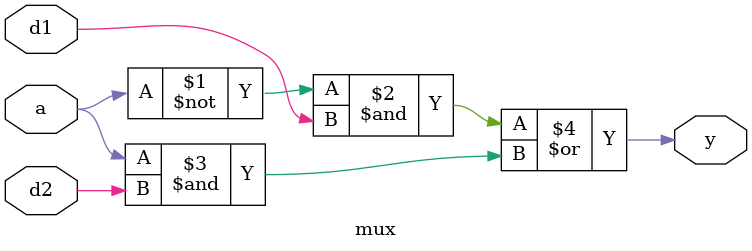
<source format=v>
module mux(input a,
	input d1,
	input d2,
	output y);
   assign y=(~a&d1)|(a&d2);
endmodule		

</source>
